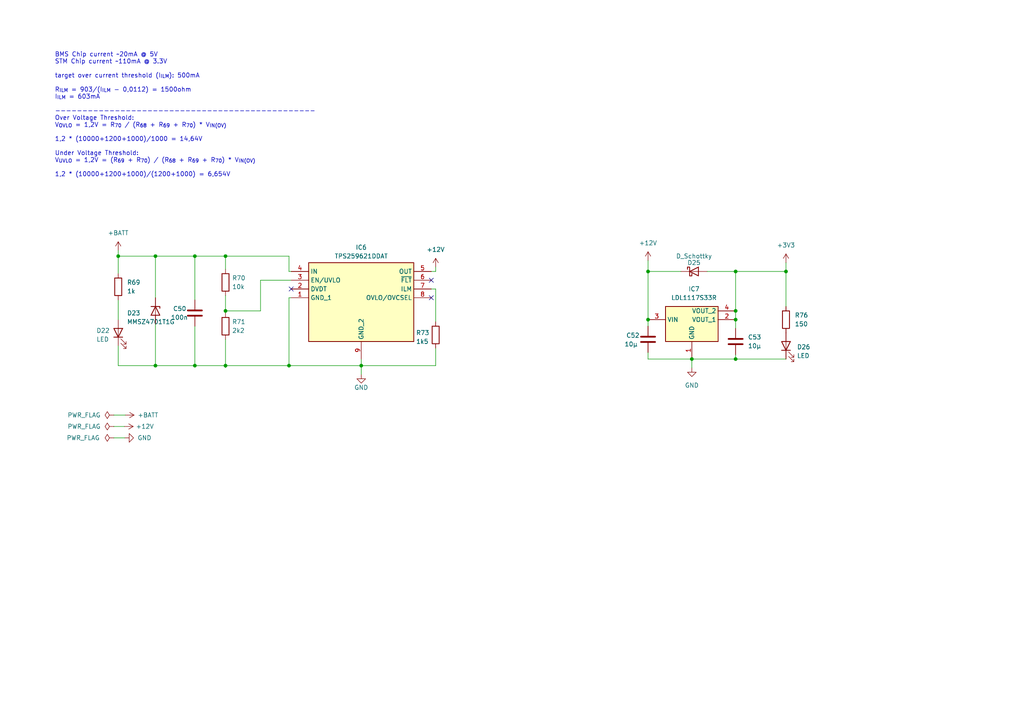
<source format=kicad_sch>
(kicad_sch
	(version 20231120)
	(generator "eeschema")
	(generator_version "8.0")
	(uuid "3b64eec2-c79b-49e7-9ae8-408c4496ff18")
	(paper "A4")
	(lib_symbols
		(symbol "Device:C"
			(pin_numbers hide)
			(pin_names
				(offset 0.254)
			)
			(exclude_from_sim no)
			(in_bom yes)
			(on_board yes)
			(property "Reference" "C"
				(at 0.635 2.54 0)
				(effects
					(font
						(size 1.27 1.27)
					)
					(justify left)
				)
			)
			(property "Value" "C"
				(at 0.635 -2.54 0)
				(effects
					(font
						(size 1.27 1.27)
					)
					(justify left)
				)
			)
			(property "Footprint" ""
				(at 0.9652 -3.81 0)
				(effects
					(font
						(size 1.27 1.27)
					)
					(hide yes)
				)
			)
			(property "Datasheet" "~"
				(at 0 0 0)
				(effects
					(font
						(size 1.27 1.27)
					)
					(hide yes)
				)
			)
			(property "Description" "Unpolarized capacitor"
				(at 0 0 0)
				(effects
					(font
						(size 1.27 1.27)
					)
					(hide yes)
				)
			)
			(property "ki_keywords" "cap capacitor"
				(at 0 0 0)
				(effects
					(font
						(size 1.27 1.27)
					)
					(hide yes)
				)
			)
			(property "ki_fp_filters" "C_*"
				(at 0 0 0)
				(effects
					(font
						(size 1.27 1.27)
					)
					(hide yes)
				)
			)
			(symbol "C_0_1"
				(polyline
					(pts
						(xy -2.032 -0.762) (xy 2.032 -0.762)
					)
					(stroke
						(width 0.508)
						(type default)
					)
					(fill
						(type none)
					)
				)
				(polyline
					(pts
						(xy -2.032 0.762) (xy 2.032 0.762)
					)
					(stroke
						(width 0.508)
						(type default)
					)
					(fill
						(type none)
					)
				)
			)
			(symbol "C_1_1"
				(pin passive line
					(at 0 3.81 270)
					(length 2.794)
					(name "~"
						(effects
							(font
								(size 1.27 1.27)
							)
						)
					)
					(number "1"
						(effects
							(font
								(size 1.27 1.27)
							)
						)
					)
				)
				(pin passive line
					(at 0 -3.81 90)
					(length 2.794)
					(name "~"
						(effects
							(font
								(size 1.27 1.27)
							)
						)
					)
					(number "2"
						(effects
							(font
								(size 1.27 1.27)
							)
						)
					)
				)
			)
		)
		(symbol "Device:D_Schottky"
			(pin_numbers hide)
			(pin_names
				(offset 1.016) hide)
			(exclude_from_sim no)
			(in_bom yes)
			(on_board yes)
			(property "Reference" "D"
				(at 0 2.54 0)
				(effects
					(font
						(size 1.27 1.27)
					)
				)
			)
			(property "Value" "D_Schottky"
				(at 0 -2.54 0)
				(effects
					(font
						(size 1.27 1.27)
					)
				)
			)
			(property "Footprint" ""
				(at 0 0 0)
				(effects
					(font
						(size 1.27 1.27)
					)
					(hide yes)
				)
			)
			(property "Datasheet" "~"
				(at 0 0 0)
				(effects
					(font
						(size 1.27 1.27)
					)
					(hide yes)
				)
			)
			(property "Description" "Schottky diode"
				(at 0 0 0)
				(effects
					(font
						(size 1.27 1.27)
					)
					(hide yes)
				)
			)
			(property "ki_keywords" "diode Schottky"
				(at 0 0 0)
				(effects
					(font
						(size 1.27 1.27)
					)
					(hide yes)
				)
			)
			(property "ki_fp_filters" "TO-???* *_Diode_* *SingleDiode* D_*"
				(at 0 0 0)
				(effects
					(font
						(size 1.27 1.27)
					)
					(hide yes)
				)
			)
			(symbol "D_Schottky_0_1"
				(polyline
					(pts
						(xy 1.27 0) (xy -1.27 0)
					)
					(stroke
						(width 0)
						(type default)
					)
					(fill
						(type none)
					)
				)
				(polyline
					(pts
						(xy 1.27 1.27) (xy 1.27 -1.27) (xy -1.27 0) (xy 1.27 1.27)
					)
					(stroke
						(width 0.254)
						(type default)
					)
					(fill
						(type none)
					)
				)
				(polyline
					(pts
						(xy -1.905 0.635) (xy -1.905 1.27) (xy -1.27 1.27) (xy -1.27 -1.27) (xy -0.635 -1.27) (xy -0.635 -0.635)
					)
					(stroke
						(width 0.254)
						(type default)
					)
					(fill
						(type none)
					)
				)
			)
			(symbol "D_Schottky_1_1"
				(pin passive line
					(at -3.81 0 0)
					(length 2.54)
					(name "K"
						(effects
							(font
								(size 1.27 1.27)
							)
						)
					)
					(number "1"
						(effects
							(font
								(size 1.27 1.27)
							)
						)
					)
				)
				(pin passive line
					(at 3.81 0 180)
					(length 2.54)
					(name "A"
						(effects
							(font
								(size 1.27 1.27)
							)
						)
					)
					(number "2"
						(effects
							(font
								(size 1.27 1.27)
							)
						)
					)
				)
			)
		)
		(symbol "Device:D_Zener"
			(pin_numbers hide)
			(pin_names
				(offset 1.016) hide)
			(exclude_from_sim no)
			(in_bom yes)
			(on_board yes)
			(property "Reference" "D"
				(at 0 2.54 0)
				(effects
					(font
						(size 1.27 1.27)
					)
				)
			)
			(property "Value" "D_Zener"
				(at 0 -2.54 0)
				(effects
					(font
						(size 1.27 1.27)
					)
				)
			)
			(property "Footprint" ""
				(at 0 0 0)
				(effects
					(font
						(size 1.27 1.27)
					)
					(hide yes)
				)
			)
			(property "Datasheet" "~"
				(at 0 0 0)
				(effects
					(font
						(size 1.27 1.27)
					)
					(hide yes)
				)
			)
			(property "Description" "Zener diode"
				(at 0 0 0)
				(effects
					(font
						(size 1.27 1.27)
					)
					(hide yes)
				)
			)
			(property "ki_keywords" "diode"
				(at 0 0 0)
				(effects
					(font
						(size 1.27 1.27)
					)
					(hide yes)
				)
			)
			(property "ki_fp_filters" "TO-???* *_Diode_* *SingleDiode* D_*"
				(at 0 0 0)
				(effects
					(font
						(size 1.27 1.27)
					)
					(hide yes)
				)
			)
			(symbol "D_Zener_0_1"
				(polyline
					(pts
						(xy 1.27 0) (xy -1.27 0)
					)
					(stroke
						(width 0)
						(type default)
					)
					(fill
						(type none)
					)
				)
				(polyline
					(pts
						(xy -1.27 -1.27) (xy -1.27 1.27) (xy -0.762 1.27)
					)
					(stroke
						(width 0.254)
						(type default)
					)
					(fill
						(type none)
					)
				)
				(polyline
					(pts
						(xy 1.27 -1.27) (xy 1.27 1.27) (xy -1.27 0) (xy 1.27 -1.27)
					)
					(stroke
						(width 0.254)
						(type default)
					)
					(fill
						(type none)
					)
				)
			)
			(symbol "D_Zener_1_1"
				(pin passive line
					(at -3.81 0 0)
					(length 2.54)
					(name "K"
						(effects
							(font
								(size 1.27 1.27)
							)
						)
					)
					(number "1"
						(effects
							(font
								(size 1.27 1.27)
							)
						)
					)
				)
				(pin passive line
					(at 3.81 0 180)
					(length 2.54)
					(name "A"
						(effects
							(font
								(size 1.27 1.27)
							)
						)
					)
					(number "2"
						(effects
							(font
								(size 1.27 1.27)
							)
						)
					)
				)
			)
		)
		(symbol "Device:R"
			(pin_numbers hide)
			(pin_names
				(offset 0)
			)
			(exclude_from_sim no)
			(in_bom yes)
			(on_board yes)
			(property "Reference" "R"
				(at 2.032 0 90)
				(effects
					(font
						(size 1.27 1.27)
					)
				)
			)
			(property "Value" "R"
				(at 0 0 90)
				(effects
					(font
						(size 1.27 1.27)
					)
				)
			)
			(property "Footprint" ""
				(at -1.778 0 90)
				(effects
					(font
						(size 1.27 1.27)
					)
					(hide yes)
				)
			)
			(property "Datasheet" "~"
				(at 0 0 0)
				(effects
					(font
						(size 1.27 1.27)
					)
					(hide yes)
				)
			)
			(property "Description" "Resistor"
				(at 0 0 0)
				(effects
					(font
						(size 1.27 1.27)
					)
					(hide yes)
				)
			)
			(property "ki_keywords" "R res resistor"
				(at 0 0 0)
				(effects
					(font
						(size 1.27 1.27)
					)
					(hide yes)
				)
			)
			(property "ki_fp_filters" "R_*"
				(at 0 0 0)
				(effects
					(font
						(size 1.27 1.27)
					)
					(hide yes)
				)
			)
			(symbol "R_0_1"
				(rectangle
					(start -1.016 -2.54)
					(end 1.016 2.54)
					(stroke
						(width 0.254)
						(type default)
					)
					(fill
						(type none)
					)
				)
			)
			(symbol "R_1_1"
				(pin passive line
					(at 0 3.81 270)
					(length 1.27)
					(name "~"
						(effects
							(font
								(size 1.27 1.27)
							)
						)
					)
					(number "1"
						(effects
							(font
								(size 1.27 1.27)
							)
						)
					)
				)
				(pin passive line
					(at 0 -3.81 90)
					(length 1.27)
					(name "~"
						(effects
							(font
								(size 1.27 1.27)
							)
						)
					)
					(number "2"
						(effects
							(font
								(size 1.27 1.27)
							)
						)
					)
				)
			)
		)
		(symbol "FaSTTUBe_LEDs:0603_red"
			(pin_numbers hide)
			(pin_names
				(offset 1.016) hide)
			(exclude_from_sim no)
			(in_bom yes)
			(on_board yes)
			(property "Reference" "D"
				(at 0 2.54 0)
				(effects
					(font
						(size 1.27 1.27)
					)
				)
			)
			(property "Value" "0603_red"
				(at 0 -3.81 0)
				(effects
					(font
						(size 1.27 1.27)
					)
				)
			)
			(property "Footprint" "LED_SMD:LED_0603_1608Metric"
				(at 0 5.08 0)
				(effects
					(font
						(size 1.27 1.27)
					)
					(hide yes)
				)
			)
			(property "Datasheet" "~"
				(at 0 0 0)
				(effects
					(font
						(size 1.27 1.27)
					)
					(hide yes)
				)
			)
			(property "Description" "LED red 150060RS75000"
				(at 0 0 0)
				(effects
					(font
						(size 1.27 1.27)
					)
					(hide yes)
				)
			)
			(property "ki_keywords" "LED diode red"
				(at 0 0 0)
				(effects
					(font
						(size 1.27 1.27)
					)
					(hide yes)
				)
			)
			(property "ki_fp_filters" "LED* LED_SMD:* LED_THT:*"
				(at 0 0 0)
				(effects
					(font
						(size 1.27 1.27)
					)
					(hide yes)
				)
			)
			(symbol "0603_red_0_1"
				(polyline
					(pts
						(xy -1.27 -1.27) (xy -1.27 1.27)
					)
					(stroke
						(width 0.254)
						(type default)
					)
					(fill
						(type none)
					)
				)
				(polyline
					(pts
						(xy -1.27 0) (xy 1.27 0)
					)
					(stroke
						(width 0)
						(type default)
					)
					(fill
						(type none)
					)
				)
				(polyline
					(pts
						(xy 1.27 -1.27) (xy 1.27 1.27) (xy -1.27 0) (xy 1.27 -1.27)
					)
					(stroke
						(width 0.254)
						(type default)
					)
					(fill
						(type none)
					)
				)
				(polyline
					(pts
						(xy -3.048 -0.762) (xy -4.572 -2.286) (xy -3.81 -2.286) (xy -4.572 -2.286) (xy -4.572 -1.524)
					)
					(stroke
						(width 0)
						(type default)
					)
					(fill
						(type none)
					)
				)
				(polyline
					(pts
						(xy -1.778 -0.762) (xy -3.302 -2.286) (xy -2.54 -2.286) (xy -3.302 -2.286) (xy -3.302 -1.524)
					)
					(stroke
						(width 0)
						(type default)
					)
					(fill
						(type none)
					)
				)
			)
			(symbol "0603_red_1_1"
				(pin passive line
					(at -3.81 0 0)
					(length 2.54)
					(name "K"
						(effects
							(font
								(size 1.27 1.27)
							)
						)
					)
					(number "1"
						(effects
							(font
								(size 1.27 1.27)
							)
						)
					)
				)
				(pin passive line
					(at 3.81 0 180)
					(length 2.54)
					(name "A"
						(effects
							(font
								(size 1.27 1.27)
							)
						)
					)
					(number "2"
						(effects
							(font
								(size 1.27 1.27)
							)
						)
					)
				)
			)
		)
		(symbol "LDO:LDL1117S33R"
			(exclude_from_sim no)
			(in_bom yes)
			(on_board yes)
			(property "Reference" "IC7"
				(at 13.335 7.62 0)
				(effects
					(font
						(size 1.27 1.27)
					)
				)
			)
			(property "Value" "LDL1117S33R"
				(at 13.335 5.08 0)
				(effects
					(font
						(size 1.27 1.27)
					)
				)
			)
			(property "Footprint" "Slave:SOT230P700X180-4N"
				(at 29.21 -94.92 0)
				(effects
					(font
						(size 1.27 1.27)
					)
					(justify left top)
					(hide yes)
				)
			)
			(property "Datasheet" "https://componentsearchengine.com/Datasheets/2/LDL1117S33R.pdf"
				(at 29.21 -194.92 0)
				(effects
					(font
						(size 1.27 1.27)
					)
					(justify left top)
					(hide yes)
				)
			)
			(property "Description" "STMICROELECTRONICS - LDL1117S33R - LDO, FIXED, 3.3V, 1.2A, SOT-223-3"
				(at 0 0 0)
				(effects
					(font
						(size 1.27 1.27)
					)
					(hide yes)
				)
			)
			(property "Height" "1.8"
				(at 29.21 -394.92 0)
				(effects
					(font
						(size 1.27 1.27)
					)
					(justify left top)
					(hide yes)
				)
			)
			(property "Mouser Part Number" "511-LDL1117S33R"
				(at 29.21 -494.92 0)
				(effects
					(font
						(size 1.27 1.27)
					)
					(justify left top)
					(hide yes)
				)
			)
			(property "Mouser Price/Stock" "https://www.mouser.co.uk/ProductDetail/STMicroelectronics/LDL1117S33R?qs=AQlKX63v8Rt9Bf6AWSrbFg%3D%3D"
				(at 29.21 -594.92 0)
				(effects
					(font
						(size 1.27 1.27)
					)
					(justify left top)
					(hide yes)
				)
			)
			(property "Manufacturer_Name" "STMicroelectronics"
				(at 29.21 -694.92 0)
				(effects
					(font
						(size 1.27 1.27)
					)
					(justify left top)
					(hide yes)
				)
			)
			(property "Manufacturer_Part_Number" "LDL1117S33R"
				(at 29.21 -794.92 0)
				(effects
					(font
						(size 1.27 1.27)
					)
					(justify left top)
					(hide yes)
				)
			)
			(symbol "LDL1117S33R_1_1"
				(rectangle
					(start 5.08 2.54)
					(end 20.32 -7.62)
					(stroke
						(width 0.254)
						(type default)
					)
					(fill
						(type background)
					)
				)
				(pin power_in line
					(at 12.7 -12.7 90)
					(length 5.08)
					(name "GND"
						(effects
							(font
								(size 1.27 1.27)
							)
						)
					)
					(number "1"
						(effects
							(font
								(size 1.27 1.27)
							)
						)
					)
				)
				(pin power_out line
					(at 25.4 -1.27 180)
					(length 5.08)
					(name "VOUT_1"
						(effects
							(font
								(size 1.27 1.27)
							)
						)
					)
					(number "2"
						(effects
							(font
								(size 1.27 1.27)
							)
						)
					)
				)
				(pin input line
					(at 0 -1.27 0)
					(length 5.08)
					(name "VIN"
						(effects
							(font
								(size 1.27 1.27)
							)
						)
					)
					(number "3"
						(effects
							(font
								(size 1.27 1.27)
							)
						)
					)
				)
				(pin passive line
					(at 25.4 1.27 180)
					(length 5.08)
					(name "VOUT_2"
						(effects
							(font
								(size 1.27 1.27)
							)
						)
					)
					(number "4"
						(effects
							(font
								(size 1.27 1.27)
							)
						)
					)
				)
			)
		)
		(symbol "TPS259621DDAT:TPS259621DDAT"
			(exclude_from_sim no)
			(in_bom yes)
			(on_board yes)
			(property "Reference" "IC5"
				(at 20.32 6.985 0)
				(effects
					(font
						(size 1.27 1.27)
					)
				)
			)
			(property "Value" "TPS259621DDAT"
				(at 20.32 4.445 0)
				(effects
					(font
						(size 1.27 1.27)
					)
				)
			)
			(property "Footprint" "SOIC127P600X170-9N"
				(at 36.83 -94.92 0)
				(effects
					(font
						(size 1.27 1.27)
					)
					(justify left top)
					(hide yes)
				)
			)
			(property "Datasheet" "https://www.ti.com/lit/gpn/TPS2596"
				(at 36.83 -194.92 0)
				(effects
					(font
						(size 1.27 1.27)
					)
					(justify left top)
					(hide yes)
				)
			)
			(property "Description" "Hot Swap Voltage Controllers 2.7-V to 19-V, 85m , 0.13-2A eFuse with selectable over voltage protection clamp in leaded package 8-SO PowerPAD -40 to 125"
				(at 0 0 0)
				(effects
					(font
						(size 1.27 1.27)
					)
					(hide yes)
				)
			)
			(property "Height" "1.7"
				(at 36.83 -394.92 0)
				(effects
					(font
						(size 1.27 1.27)
					)
					(justify left top)
					(hide yes)
				)
			)
			(property "Mouser Part Number" "595-TPS259621DDAT"
				(at 36.83 -494.92 0)
				(effects
					(font
						(size 1.27 1.27)
					)
					(justify left top)
					(hide yes)
				)
			)
			(property "Mouser Price/Stock" "https://www.mouser.co.uk/ProductDetail/Texas-Instruments/TPS259621DDAT?qs=XeJtXLiO41RIvFY51dY0JA%3D%3D"
				(at 36.83 -594.92 0)
				(effects
					(font
						(size 1.27 1.27)
					)
					(justify left top)
					(hide yes)
				)
			)
			(property "Manufacturer_Name" "Texas Instruments"
				(at 36.83 -694.92 0)
				(effects
					(font
						(size 1.27 1.27)
					)
					(justify left top)
					(hide yes)
				)
			)
			(property "Manufacturer_Part_Number" "TPS259621DDAT"
				(at 36.83 -794.92 0)
				(effects
					(font
						(size 1.27 1.27)
					)
					(justify left top)
					(hide yes)
				)
			)
			(symbol "TPS259621DDAT_1_1"
				(rectangle
					(start 5.08 2.54)
					(end 35.56 -20.32)
					(stroke
						(width 0.254)
						(type default)
					)
					(fill
						(type background)
					)
				)
				(pin passive line
					(at 0 -7.62 0)
					(length 5.08)
					(name "GND_1"
						(effects
							(font
								(size 1.27 1.27)
							)
						)
					)
					(number "1"
						(effects
							(font
								(size 1.27 1.27)
							)
						)
					)
				)
				(pin passive line
					(at 0 -5.08 0)
					(length 5.08)
					(name "DVDT"
						(effects
							(font
								(size 1.27 1.27)
							)
						)
					)
					(number "2"
						(effects
							(font
								(size 1.27 1.27)
							)
						)
					)
				)
				(pin passive line
					(at 0 -2.54 0)
					(length 5.08)
					(name "EN/UVLO"
						(effects
							(font
								(size 1.27 1.27)
							)
						)
					)
					(number "3"
						(effects
							(font
								(size 1.27 1.27)
							)
						)
					)
				)
				(pin passive line
					(at 0 0 0)
					(length 5.08)
					(name "IN"
						(effects
							(font
								(size 1.27 1.27)
							)
						)
					)
					(number "4"
						(effects
							(font
								(size 1.27 1.27)
							)
						)
					)
				)
				(pin passive line
					(at 40.64 0 180)
					(length 5.08)
					(name "OUT"
						(effects
							(font
								(size 1.27 1.27)
							)
						)
					)
					(number "5"
						(effects
							(font
								(size 1.27 1.27)
							)
						)
					)
				)
				(pin passive line
					(at 40.64 -2.54 180)
					(length 5.08)
					(name "~{FLT}"
						(effects
							(font
								(size 1.27 1.27)
							)
						)
					)
					(number "6"
						(effects
							(font
								(size 1.27 1.27)
							)
						)
					)
				)
				(pin passive line
					(at 40.64 -5.08 180)
					(length 5.08)
					(name "ILM"
						(effects
							(font
								(size 1.27 1.27)
							)
						)
					)
					(number "7"
						(effects
							(font
								(size 1.27 1.27)
							)
						)
					)
				)
				(pin passive line
					(at 40.64 -7.62 180)
					(length 5.08)
					(name "OVLO/OVCSEL"
						(effects
							(font
								(size 1.27 1.27)
							)
						)
					)
					(number "8"
						(effects
							(font
								(size 1.27 1.27)
							)
						)
					)
				)
				(pin passive line
					(at 20.32 -25.4 90)
					(length 5.08)
					(name "GND_2"
						(effects
							(font
								(size 1.27 1.27)
							)
						)
					)
					(number "9"
						(effects
							(font
								(size 1.27 1.27)
							)
						)
					)
				)
			)
		)
		(symbol "power:+12V"
			(power)
			(pin_names
				(offset 0)
			)
			(exclude_from_sim no)
			(in_bom yes)
			(on_board yes)
			(property "Reference" "#PWR"
				(at 0 -3.81 0)
				(effects
					(font
						(size 1.27 1.27)
					)
					(hide yes)
				)
			)
			(property "Value" "+12V"
				(at 0 3.556 0)
				(effects
					(font
						(size 1.27 1.27)
					)
				)
			)
			(property "Footprint" ""
				(at 0 0 0)
				(effects
					(font
						(size 1.27 1.27)
					)
					(hide yes)
				)
			)
			(property "Datasheet" ""
				(at 0 0 0)
				(effects
					(font
						(size 1.27 1.27)
					)
					(hide yes)
				)
			)
			(property "Description" "Power symbol creates a global label with name \"+12V\""
				(at 0 0 0)
				(effects
					(font
						(size 1.27 1.27)
					)
					(hide yes)
				)
			)
			(property "ki_keywords" "global power"
				(at 0 0 0)
				(effects
					(font
						(size 1.27 1.27)
					)
					(hide yes)
				)
			)
			(symbol "+12V_0_1"
				(polyline
					(pts
						(xy -0.762 1.27) (xy 0 2.54)
					)
					(stroke
						(width 0)
						(type default)
					)
					(fill
						(type none)
					)
				)
				(polyline
					(pts
						(xy 0 0) (xy 0 2.54)
					)
					(stroke
						(width 0)
						(type default)
					)
					(fill
						(type none)
					)
				)
				(polyline
					(pts
						(xy 0 2.54) (xy 0.762 1.27)
					)
					(stroke
						(width 0)
						(type default)
					)
					(fill
						(type none)
					)
				)
			)
			(symbol "+12V_1_1"
				(pin power_in line
					(at 0 0 90)
					(length 0) hide
					(name "+12V"
						(effects
							(font
								(size 1.27 1.27)
							)
						)
					)
					(number "1"
						(effects
							(font
								(size 1.27 1.27)
							)
						)
					)
				)
			)
		)
		(symbol "power:+3V3"
			(power)
			(pin_names
				(offset 0)
			)
			(exclude_from_sim no)
			(in_bom yes)
			(on_board yes)
			(property "Reference" "#PWR"
				(at 0 -3.81 0)
				(effects
					(font
						(size 1.27 1.27)
					)
					(hide yes)
				)
			)
			(property "Value" "+3V3"
				(at 0 3.556 0)
				(effects
					(font
						(size 1.27 1.27)
					)
				)
			)
			(property "Footprint" ""
				(at 0 0 0)
				(effects
					(font
						(size 1.27 1.27)
					)
					(hide yes)
				)
			)
			(property "Datasheet" ""
				(at 0 0 0)
				(effects
					(font
						(size 1.27 1.27)
					)
					(hide yes)
				)
			)
			(property "Description" "Power symbol creates a global label with name \"+3V3\""
				(at 0 0 0)
				(effects
					(font
						(size 1.27 1.27)
					)
					(hide yes)
				)
			)
			(property "ki_keywords" "global power"
				(at 0 0 0)
				(effects
					(font
						(size 1.27 1.27)
					)
					(hide yes)
				)
			)
			(symbol "+3V3_0_1"
				(polyline
					(pts
						(xy -0.762 1.27) (xy 0 2.54)
					)
					(stroke
						(width 0)
						(type default)
					)
					(fill
						(type none)
					)
				)
				(polyline
					(pts
						(xy 0 0) (xy 0 2.54)
					)
					(stroke
						(width 0)
						(type default)
					)
					(fill
						(type none)
					)
				)
				(polyline
					(pts
						(xy 0 2.54) (xy 0.762 1.27)
					)
					(stroke
						(width 0)
						(type default)
					)
					(fill
						(type none)
					)
				)
			)
			(symbol "+3V3_1_1"
				(pin power_in line
					(at 0 0 90)
					(length 0) hide
					(name "+3V3"
						(effects
							(font
								(size 1.27 1.27)
							)
						)
					)
					(number "1"
						(effects
							(font
								(size 1.27 1.27)
							)
						)
					)
				)
			)
		)
		(symbol "power:+BATT"
			(power)
			(pin_names
				(offset 0)
			)
			(exclude_from_sim no)
			(in_bom yes)
			(on_board yes)
			(property "Reference" "#PWR"
				(at 0 -3.81 0)
				(effects
					(font
						(size 1.27 1.27)
					)
					(hide yes)
				)
			)
			(property "Value" "+BATT"
				(at 0 3.556 0)
				(effects
					(font
						(size 1.27 1.27)
					)
				)
			)
			(property "Footprint" ""
				(at 0 0 0)
				(effects
					(font
						(size 1.27 1.27)
					)
					(hide yes)
				)
			)
			(property "Datasheet" ""
				(at 0 0 0)
				(effects
					(font
						(size 1.27 1.27)
					)
					(hide yes)
				)
			)
			(property "Description" "Power symbol creates a global label with name \"+BATT\""
				(at 0 0 0)
				(effects
					(font
						(size 1.27 1.27)
					)
					(hide yes)
				)
			)
			(property "ki_keywords" "global power battery"
				(at 0 0 0)
				(effects
					(font
						(size 1.27 1.27)
					)
					(hide yes)
				)
			)
			(symbol "+BATT_0_1"
				(polyline
					(pts
						(xy -0.762 1.27) (xy 0 2.54)
					)
					(stroke
						(width 0)
						(type default)
					)
					(fill
						(type none)
					)
				)
				(polyline
					(pts
						(xy 0 0) (xy 0 2.54)
					)
					(stroke
						(width 0)
						(type default)
					)
					(fill
						(type none)
					)
				)
				(polyline
					(pts
						(xy 0 2.54) (xy 0.762 1.27)
					)
					(stroke
						(width 0)
						(type default)
					)
					(fill
						(type none)
					)
				)
			)
			(symbol "+BATT_1_1"
				(pin power_in line
					(at 0 0 90)
					(length 0) hide
					(name "+BATT"
						(effects
							(font
								(size 1.27 1.27)
							)
						)
					)
					(number "1"
						(effects
							(font
								(size 1.27 1.27)
							)
						)
					)
				)
			)
		)
		(symbol "power:GND"
			(power)
			(pin_names
				(offset 0)
			)
			(exclude_from_sim no)
			(in_bom yes)
			(on_board yes)
			(property "Reference" "#PWR"
				(at 0 -6.35 0)
				(effects
					(font
						(size 1.27 1.27)
					)
					(hide yes)
				)
			)
			(property "Value" "GND"
				(at 0 -3.81 0)
				(effects
					(font
						(size 1.27 1.27)
					)
				)
			)
			(property "Footprint" ""
				(at 0 0 0)
				(effects
					(font
						(size 1.27 1.27)
					)
					(hide yes)
				)
			)
			(property "Datasheet" ""
				(at 0 0 0)
				(effects
					(font
						(size 1.27 1.27)
					)
					(hide yes)
				)
			)
			(property "Description" "Power symbol creates a global label with name \"GND\" , ground"
				(at 0 0 0)
				(effects
					(font
						(size 1.27 1.27)
					)
					(hide yes)
				)
			)
			(property "ki_keywords" "global power"
				(at 0 0 0)
				(effects
					(font
						(size 1.27 1.27)
					)
					(hide yes)
				)
			)
			(symbol "GND_0_1"
				(polyline
					(pts
						(xy 0 0) (xy 0 -1.27) (xy 1.27 -1.27) (xy 0 -2.54) (xy -1.27 -1.27) (xy 0 -1.27)
					)
					(stroke
						(width 0)
						(type default)
					)
					(fill
						(type none)
					)
				)
			)
			(symbol "GND_1_1"
				(pin power_in line
					(at 0 0 270)
					(length 0) hide
					(name "GND"
						(effects
							(font
								(size 1.27 1.27)
							)
						)
					)
					(number "1"
						(effects
							(font
								(size 1.27 1.27)
							)
						)
					)
				)
			)
		)
		(symbol "power:PWR_FLAG"
			(power)
			(pin_numbers hide)
			(pin_names
				(offset 0) hide)
			(exclude_from_sim no)
			(in_bom yes)
			(on_board yes)
			(property "Reference" "#FLG"
				(at 0 1.905 0)
				(effects
					(font
						(size 1.27 1.27)
					)
					(hide yes)
				)
			)
			(property "Value" "PWR_FLAG"
				(at 0 3.81 0)
				(effects
					(font
						(size 1.27 1.27)
					)
				)
			)
			(property "Footprint" ""
				(at 0 0 0)
				(effects
					(font
						(size 1.27 1.27)
					)
					(hide yes)
				)
			)
			(property "Datasheet" "~"
				(at 0 0 0)
				(effects
					(font
						(size 1.27 1.27)
					)
					(hide yes)
				)
			)
			(property "Description" "Special symbol for telling ERC where power comes from"
				(at 0 0 0)
				(effects
					(font
						(size 1.27 1.27)
					)
					(hide yes)
				)
			)
			(property "ki_keywords" "flag power"
				(at 0 0 0)
				(effects
					(font
						(size 1.27 1.27)
					)
					(hide yes)
				)
			)
			(symbol "PWR_FLAG_0_0"
				(pin power_out line
					(at 0 0 90)
					(length 0)
					(name "pwr"
						(effects
							(font
								(size 1.27 1.27)
							)
						)
					)
					(number "1"
						(effects
							(font
								(size 1.27 1.27)
							)
						)
					)
				)
			)
			(symbol "PWR_FLAG_0_1"
				(polyline
					(pts
						(xy 0 0) (xy 0 1.27) (xy -1.016 1.905) (xy 0 2.54) (xy 1.016 1.905) (xy 0 1.27)
					)
					(stroke
						(width 0)
						(type default)
					)
					(fill
						(type none)
					)
				)
			)
		)
	)
	(junction
		(at 187.96 78.74)
		(diameter 0)
		(color 0 0 0 0)
		(uuid "18ac9fe4-ac8a-4cb1-9a01-af5028713064")
	)
	(junction
		(at 65.405 74.295)
		(diameter 0)
		(color 0 0 0 0)
		(uuid "2c06507f-4dbc-4d09-a8a6-668cdd475370")
	)
	(junction
		(at 34.29 74.295)
		(diameter 0)
		(color 0 0 0 0)
		(uuid "388fee4c-fd5e-457a-9f1c-0241203a88c2")
	)
	(junction
		(at 227.965 78.74)
		(diameter 0)
		(color 0 0 0 0)
		(uuid "548780ed-fcd0-4b56-8b6e-d7e559adde30")
	)
	(junction
		(at 65.405 106.045)
		(diameter 0)
		(color 0 0 0 0)
		(uuid "54fd41a7-0e51-4113-802b-aab18c47879d")
	)
	(junction
		(at 213.36 104.14)
		(diameter 0)
		(color 0 0 0 0)
		(uuid "6687efa2-8a83-4e6b-b09a-5bb07d29bf0e")
	)
	(junction
		(at 213.36 78.74)
		(diameter 0)
		(color 0 0 0 0)
		(uuid "7ad22164-594b-418a-81ec-6c9daaa0ee83")
	)
	(junction
		(at 56.515 74.295)
		(diameter 0)
		(color 0 0 0 0)
		(uuid "90b6ea13-be74-4a02-850f-582503a7c50d")
	)
	(junction
		(at 104.775 106.045)
		(diameter 0)
		(color 0 0 0 0)
		(uuid "932fa345-1a3d-434e-988d-873f52e5d31c")
	)
	(junction
		(at 213.36 90.17)
		(diameter 0)
		(color 0 0 0 0)
		(uuid "a5b1a9ed-b664-4650-b255-a5a8356c7bea")
	)
	(junction
		(at 56.515 106.045)
		(diameter 0)
		(color 0 0 0 0)
		(uuid "b5a52444-d1dd-44c3-9e22-677fc6c45311")
	)
	(junction
		(at 187.96 92.71)
		(diameter 0)
		(color 0 0 0 0)
		(uuid "b8e54434-23d5-479c-9597-a8ee509702e7")
	)
	(junction
		(at 45.085 106.045)
		(diameter 0)
		(color 0 0 0 0)
		(uuid "bc51d7c5-1487-4829-82fa-d5784e7ab4ff")
	)
	(junction
		(at 83.82 106.045)
		(diameter 0)
		(color 0 0 0 0)
		(uuid "d70cea47-16b0-4d07-8d5c-065ed85c1c04")
	)
	(junction
		(at 213.36 92.71)
		(diameter 0)
		(color 0 0 0 0)
		(uuid "dd5d1f36-c92b-4fcf-933d-ac83f4682eee")
	)
	(junction
		(at 200.66 104.14)
		(diameter 0)
		(color 0 0 0 0)
		(uuid "de613093-06fc-4dbe-8a75-671f2c5d63de")
	)
	(junction
		(at 65.405 90.17)
		(diameter 0)
		(color 0 0 0 0)
		(uuid "ec78cc92-1a0f-4c6e-8fae-05eb3f4e1ffc")
	)
	(junction
		(at 45.085 74.295)
		(diameter 0)
		(color 0 0 0 0)
		(uuid "ee631ef3-c8e0-4cd9-9cd2-cbdc234c388f")
	)
	(no_connect
		(at 125.095 86.36)
		(uuid "20a6f171-3f38-476e-b1ba-cd337ec03942")
	)
	(no_connect
		(at 84.455 83.82)
		(uuid "85bd9cbb-3302-4874-bb6e-c0bb87561b89")
	)
	(no_connect
		(at 125.095 81.28)
		(uuid "9ab20106-4786-4f4b-a613-4d7f8456910a")
	)
	(wire
		(pts
			(xy 104.775 108.585) (xy 104.775 106.045)
		)
		(stroke
			(width 0)
			(type default)
		)
		(uuid "028ddaa9-63f5-4be1-af7e-7366f817393d")
	)
	(wire
		(pts
			(xy 83.82 86.36) (xy 84.455 86.36)
		)
		(stroke
			(width 0)
			(type default)
		)
		(uuid "05372ead-a2ec-4990-804a-7084c9c8a4bb")
	)
	(wire
		(pts
			(xy 65.405 106.045) (xy 65.405 106.68)
		)
		(stroke
			(width 0)
			(type default)
		)
		(uuid "05433a83-8bed-4a88-aac0-d98006769886")
	)
	(wire
		(pts
			(xy 65.405 74.295) (xy 83.82 74.295)
		)
		(stroke
			(width 0)
			(type default)
		)
		(uuid "0994c971-08df-4b82-bca0-211ecbd09387")
	)
	(wire
		(pts
			(xy 65.405 106.045) (xy 83.82 106.045)
		)
		(stroke
			(width 0)
			(type default)
		)
		(uuid "0a370a23-9c60-4232-b585-b9a1f2f13bfc")
	)
	(wire
		(pts
			(xy 83.82 106.045) (xy 104.775 106.045)
		)
		(stroke
			(width 0)
			(type default)
		)
		(uuid "0c4d6bb8-e5ad-46db-a085-21570e098e15")
	)
	(wire
		(pts
			(xy 45.085 74.295) (xy 56.515 74.295)
		)
		(stroke
			(width 0)
			(type default)
		)
		(uuid "0fa22e70-1b02-4410-ab1f-fb221dddb798")
	)
	(wire
		(pts
			(xy 34.29 74.295) (xy 34.29 72.644)
		)
		(stroke
			(width 0)
			(type default)
		)
		(uuid "128befcc-c45b-46e9-8afb-f180c5e3390e")
	)
	(wire
		(pts
			(xy 213.36 92.71) (xy 213.36 95.25)
		)
		(stroke
			(width 0)
			(type default)
		)
		(uuid "174c83ed-09c6-4089-bbc3-cccea88d1caa")
	)
	(wire
		(pts
			(xy 65.405 98.425) (xy 65.405 106.045)
		)
		(stroke
			(width 0)
			(type default)
		)
		(uuid "1784dbcb-804a-4703-a006-9b2ce0ca8e2b")
	)
	(wire
		(pts
			(xy 213.36 104.14) (xy 227.965 104.14)
		)
		(stroke
			(width 0)
			(type default)
		)
		(uuid "3d7e112f-717e-43c9-ad86-cd7879d6eafe")
	)
	(wire
		(pts
			(xy 65.405 106.045) (xy 56.515 106.045)
		)
		(stroke
			(width 0)
			(type default)
		)
		(uuid "4196f42d-b1be-487a-95ed-e20bb7934a24")
	)
	(wire
		(pts
			(xy 75.565 81.28) (xy 75.565 90.17)
		)
		(stroke
			(width 0)
			(type default)
		)
		(uuid "4203c87f-6d8e-45ac-80fe-03ecf212e65b")
	)
	(wire
		(pts
			(xy 75.565 90.17) (xy 65.405 90.17)
		)
		(stroke
			(width 0)
			(type default)
		)
		(uuid "422655c2-30e1-4fbc-b2e5-025367e887cb")
	)
	(wire
		(pts
			(xy 187.96 102.235) (xy 187.96 104.14)
		)
		(stroke
			(width 0)
			(type default)
		)
		(uuid "48f5cda8-ab37-4bd3-8bb2-4294d8747354")
	)
	(wire
		(pts
			(xy 45.085 106.045) (xy 56.515 106.045)
		)
		(stroke
			(width 0)
			(type default)
		)
		(uuid "4966b790-55f8-4d99-9802-8805020ea152")
	)
	(wire
		(pts
			(xy 187.96 104.14) (xy 200.66 104.14)
		)
		(stroke
			(width 0)
			(type default)
		)
		(uuid "4b0285a7-abab-4534-8147-96b99cbea240")
	)
	(wire
		(pts
			(xy 213.36 102.87) (xy 213.36 104.14)
		)
		(stroke
			(width 0)
			(type default)
		)
		(uuid "4dc95f58-dfbd-45c8-8c73-cc61d0d65d4f")
	)
	(wire
		(pts
			(xy 227.965 78.74) (xy 227.965 88.9)
		)
		(stroke
			(width 0)
			(type default)
		)
		(uuid "54ca524a-462c-4ab3-b723-2783a4977e60")
	)
	(wire
		(pts
			(xy 65.405 78.105) (xy 65.405 74.295)
		)
		(stroke
			(width 0)
			(type default)
		)
		(uuid "5c38204d-fec4-4c69-97ee-634626a697ef")
	)
	(wire
		(pts
			(xy 126.365 77.47) (xy 126.365 78.74)
		)
		(stroke
			(width 0)
			(type default)
		)
		(uuid "68ed2452-154d-44c1-af36-600d5ada446f")
	)
	(wire
		(pts
			(xy 34.29 106.045) (xy 45.085 106.045)
		)
		(stroke
			(width 0)
			(type default)
		)
		(uuid "6a9c679c-0c9a-480b-b386-8ddc59200a64")
	)
	(wire
		(pts
			(xy 200.66 104.14) (xy 200.66 106.68)
		)
		(stroke
			(width 0)
			(type default)
		)
		(uuid "6da27adc-e1df-4099-8daa-1cacbdb3051b")
	)
	(wire
		(pts
			(xy 65.405 90.17) (xy 65.405 90.805)
		)
		(stroke
			(width 0)
			(type default)
		)
		(uuid "6f090082-8807-4dc1-92a6-3bb28418ec18")
	)
	(wire
		(pts
			(xy 33.02 120.396) (xy 36.322 120.396)
		)
		(stroke
			(width 0)
			(type default)
		)
		(uuid "6f88fbc2-e7e2-4e85-88f1-5302b6e790b8")
	)
	(wire
		(pts
			(xy 213.36 90.17) (xy 213.36 92.71)
		)
		(stroke
			(width 0)
			(type default)
		)
		(uuid "7294336e-ce8c-47ac-a4ab-f74b02e531c5")
	)
	(wire
		(pts
			(xy 56.515 74.295) (xy 65.405 74.295)
		)
		(stroke
			(width 0)
			(type default)
		)
		(uuid "7d7795de-ab90-4932-85a4-6aed065f8bfb")
	)
	(wire
		(pts
			(xy 213.36 78.74) (xy 227.965 78.74)
		)
		(stroke
			(width 0)
			(type default)
		)
		(uuid "8425de16-cb37-46e2-87e6-95b78ec3b7eb")
	)
	(wire
		(pts
			(xy 227.965 76.2) (xy 227.965 78.74)
		)
		(stroke
			(width 0)
			(type default)
		)
		(uuid "84f9b077-fb6b-4d79-8618-15ac001d801c")
	)
	(wire
		(pts
			(xy 187.96 92.71) (xy 187.96 94.615)
		)
		(stroke
			(width 0)
			(type default)
		)
		(uuid "895a21a2-07e4-4ad1-9d20-0837e2f3b4dc")
	)
	(wire
		(pts
			(xy 56.515 86.995) (xy 56.515 74.295)
		)
		(stroke
			(width 0)
			(type default)
		)
		(uuid "935e2244-edb7-4c4a-b82d-89354bdc8a34")
	)
	(wire
		(pts
			(xy 33.02 123.698) (xy 36.068 123.698)
		)
		(stroke
			(width 0)
			(type default)
		)
		(uuid "954c4728-c0e9-4b32-b898-1cdfebfe1d35")
	)
	(wire
		(pts
			(xy 83.82 86.36) (xy 83.82 106.045)
		)
		(stroke
			(width 0)
			(type default)
		)
		(uuid "95d33953-51e4-464a-b46f-d38c8ed2b146")
	)
	(wire
		(pts
			(xy 56.515 94.615) (xy 56.515 106.045)
		)
		(stroke
			(width 0)
			(type default)
		)
		(uuid "96acd2d1-00e5-4c6a-8167-cb6c205d50eb")
	)
	(wire
		(pts
			(xy 125.095 83.82) (xy 126.365 83.82)
		)
		(stroke
			(width 0)
			(type default)
		)
		(uuid "974066ff-0f66-41b6-8c10-032baa84eeef")
	)
	(wire
		(pts
			(xy 126.365 100.965) (xy 126.365 106.045)
		)
		(stroke
			(width 0)
			(type default)
		)
		(uuid "996b6f19-d195-41ca-b680-08098464dce9")
	)
	(wire
		(pts
			(xy 213.36 104.14) (xy 200.66 104.14)
		)
		(stroke
			(width 0)
			(type default)
		)
		(uuid "9d905c44-3dd9-4841-babd-b30c468eadac")
	)
	(wire
		(pts
			(xy 65.405 85.725) (xy 65.405 90.17)
		)
		(stroke
			(width 0)
			(type default)
		)
		(uuid "9f584791-fda9-41b2-811d-04f008828cf8")
	)
	(wire
		(pts
			(xy 187.96 75.565) (xy 187.96 78.74)
		)
		(stroke
			(width 0)
			(type default)
		)
		(uuid "a2b17a56-88a8-43b5-9c52-1a494ddb8142")
	)
	(wire
		(pts
			(xy 33.02 127) (xy 36.195 127)
		)
		(stroke
			(width 0)
			(type default)
		)
		(uuid "aee2fa3c-da30-4b1f-ae25-e1406593595c")
	)
	(wire
		(pts
			(xy 187.96 78.74) (xy 197.485 78.74)
		)
		(stroke
			(width 0)
			(type default)
		)
		(uuid "b5fa2358-0018-430c-8168-0d17e8d489e2")
	)
	(wire
		(pts
			(xy 34.29 79.375) (xy 34.29 74.295)
		)
		(stroke
			(width 0)
			(type default)
		)
		(uuid "b67d902a-e5f2-4958-97d4-a4bfeead3f83")
	)
	(wire
		(pts
			(xy 45.085 93.98) (xy 45.085 106.045)
		)
		(stroke
			(width 0)
			(type default)
		)
		(uuid "bd29170b-8f9b-46c7-999c-bf8d6c3d82ac")
	)
	(wire
		(pts
			(xy 187.96 78.74) (xy 187.96 92.71)
		)
		(stroke
			(width 0)
			(type default)
		)
		(uuid "be63c1bd-23f3-431e-8950-e5b7af7cc5ec")
	)
	(wire
		(pts
			(xy 34.29 74.295) (xy 45.085 74.295)
		)
		(stroke
			(width 0)
			(type default)
		)
		(uuid "c007dba5-0992-4856-98cc-e24d02dc8f00")
	)
	(wire
		(pts
			(xy 34.29 86.995) (xy 34.29 92.71)
		)
		(stroke
			(width 0)
			(type default)
		)
		(uuid "c20d5373-3c6b-4221-ac2a-01971ae668bc")
	)
	(wire
		(pts
			(xy 45.085 86.36) (xy 45.085 74.295)
		)
		(stroke
			(width 0)
			(type default)
		)
		(uuid "c2680442-c400-412d-b168-f0bd64038b7a")
	)
	(wire
		(pts
			(xy 83.82 74.295) (xy 83.82 78.74)
		)
		(stroke
			(width 0)
			(type default)
		)
		(uuid "c6a0458d-e7ae-40ca-ba39-234c4be98127")
	)
	(wire
		(pts
			(xy 84.455 81.28) (xy 75.565 81.28)
		)
		(stroke
			(width 0)
			(type default)
		)
		(uuid "c9727740-87a0-4c4c-9786-d56603b730bf")
	)
	(wire
		(pts
			(xy 34.29 100.33) (xy 34.29 106.045)
		)
		(stroke
			(width 0)
			(type default)
		)
		(uuid "d3547497-21b0-4064-b5fc-4889ee73d439")
	)
	(wire
		(pts
			(xy 213.36 78.74) (xy 213.36 90.17)
		)
		(stroke
			(width 0)
			(type default)
		)
		(uuid "de6e4ff1-936b-4818-918e-c5a907e619c4")
	)
	(wire
		(pts
			(xy 104.775 104.14) (xy 104.775 106.045)
		)
		(stroke
			(width 0)
			(type default)
		)
		(uuid "e1ad0fc6-5803-42fc-a6c2-35e0cdd30ffb")
	)
	(wire
		(pts
			(xy 126.365 83.82) (xy 126.365 93.345)
		)
		(stroke
			(width 0)
			(type default)
		)
		(uuid "e4c5e10c-cac5-46bd-b0c6-bca721896207")
	)
	(wire
		(pts
			(xy 205.105 78.74) (xy 213.36 78.74)
		)
		(stroke
			(width 0)
			(type default)
		)
		(uuid "f185a843-c31b-4220-bbf3-d5700fe2938f")
	)
	(wire
		(pts
			(xy 126.365 78.74) (xy 125.095 78.74)
		)
		(stroke
			(width 0)
			(type default)
		)
		(uuid "f50e2cb7-3cca-432e-b165-42b2736a5cdf")
	)
	(wire
		(pts
			(xy 83.82 78.74) (xy 84.455 78.74)
		)
		(stroke
			(width 0)
			(type default)
		)
		(uuid "f7e7e74f-5d3b-466c-bade-431d14fc66a7")
	)
	(wire
		(pts
			(xy 104.775 106.045) (xy 126.365 106.045)
		)
		(stroke
			(width 0)
			(type default)
		)
		(uuid "f9b59142-a831-44d0-a8c9-9a090d8bfbaa")
	)
	(text "BMS Chip current ~20mA @ 5V\nSTM Chip current ~110mA @ 3.3V\n\ntarget over current threshold (I_{ILM}): 500mA\n\nR_{ILM} = 903/(I_{ILM} - 0,0112) = 1500ohm\nI_{ILM} = 603mA\n\n------------------------------------------------\nOver Voltage Threshold:\nV_{OVLO} = 1,2V = R_{70} / (R_{68} + R_{69} + R_{70}) * V_{IN(OV)}\n\n1,2 * (10000+1200+1000)/1000 = 14,64V\n\nUnder Voltage Threshold:\nV_{UVLO} = 1,2V = (R_{69} + R_{70}) / (R_{68} + R_{69} + R_{70}) * V_{IN(OV)}\n\n1,2 * (10000+1200+1000)/(1200+1000) = 6,654V"
		(exclude_from_sim no)
		(at 15.875 51.435 0)
		(effects
			(font
				(size 1.27 1.27)
			)
			(justify left bottom)
		)
		(uuid "47c97daa-c558-48fc-a0aa-9c8e813fa1d9")
	)
	(symbol
		(lib_id "Device:R")
		(at 65.405 81.915 0)
		(unit 1)
		(exclude_from_sim no)
		(in_bom yes)
		(on_board yes)
		(dnp no)
		(fields_autoplaced yes)
		(uuid "2e087f07-297d-4e29-a39c-fc309e3fd82f")
		(property "Reference" "R70"
			(at 67.31 80.645 0)
			(effects
				(font
					(size 1.27 1.27)
				)
				(justify left)
			)
		)
		(property "Value" "10k"
			(at 67.31 83.185 0)
			(effects
				(font
					(size 1.27 1.27)
				)
				(justify left)
			)
		)
		(property "Footprint" "Resistor_SMD:R_0603_1608Metric"
			(at 63.627 81.915 90)
			(effects
				(font
					(size 1.27 1.27)
				)
				(hide yes)
			)
		)
		(property "Datasheet" "~"
			(at 65.405 81.915 0)
			(effects
				(font
					(size 1.27 1.27)
				)
				(hide yes)
			)
		)
		(property "Description" ""
			(at 65.405 81.915 0)
			(effects
				(font
					(size 1.27 1.27)
				)
				(hide yes)
			)
		)
		(pin "1"
			(uuid "c66b0f6a-2a0e-41f1-b884-53849f9b3e48")
		)
		(pin "2"
			(uuid "6b28ff83-4ed1-4a1b-85a9-e24f746142d3")
		)
		(instances
			(project "FT24-AMS_Slave-v5"
				(path "/f1f942ea-b2d2-457f-a907-d9ac22420c38/36b3cb08-783f-4f19-bc76-8cc324d74d89"
					(reference "R70")
					(unit 1)
				)
			)
		)
	)
	(symbol
		(lib_id "power:+3V3")
		(at 227.965 76.2 0)
		(unit 1)
		(exclude_from_sim no)
		(in_bom yes)
		(on_board yes)
		(dnp no)
		(fields_autoplaced yes)
		(uuid "32cdec45-4bcf-4f8d-acf0-33b6b44f3c64")
		(property "Reference" "#PWR061"
			(at 227.965 80.01 0)
			(effects
				(font
					(size 1.27 1.27)
				)
				(hide yes)
			)
		)
		(property "Value" "+3V3"
			(at 227.965 71.12 0)
			(effects
				(font
					(size 1.27 1.27)
				)
			)
		)
		(property "Footprint" ""
			(at 227.965 76.2 0)
			(effects
				(font
					(size 1.27 1.27)
				)
				(hide yes)
			)
		)
		(property "Datasheet" ""
			(at 227.965 76.2 0)
			(effects
				(font
					(size 1.27 1.27)
				)
				(hide yes)
			)
		)
		(property "Description" ""
			(at 227.965 76.2 0)
			(effects
				(font
					(size 1.27 1.27)
				)
				(hide yes)
			)
		)
		(pin "1"
			(uuid "278e6199-ca7a-43c2-a6da-30c516d21984")
		)
		(instances
			(project "FT24-AMS_Slave-v5"
				(path "/f1f942ea-b2d2-457f-a907-d9ac22420c38/36b3cb08-783f-4f19-bc76-8cc324d74d89"
					(reference "#PWR061")
					(unit 1)
				)
			)
		)
	)
	(symbol
		(lib_id "power:+12V")
		(at 187.96 75.565 0)
		(unit 1)
		(exclude_from_sim no)
		(in_bom yes)
		(on_board yes)
		(dnp no)
		(fields_autoplaced yes)
		(uuid "42470b12-67a3-455c-a037-4217980c85ec")
		(property "Reference" "#PWR059"
			(at 187.96 79.375 0)
			(effects
				(font
					(size 1.27 1.27)
				)
				(hide yes)
			)
		)
		(property "Value" "+12V"
			(at 187.96 70.485 0)
			(effects
				(font
					(size 1.27 1.27)
				)
			)
		)
		(property "Footprint" ""
			(at 187.96 75.565 0)
			(effects
				(font
					(size 1.27 1.27)
				)
				(hide yes)
			)
		)
		(property "Datasheet" ""
			(at 187.96 75.565 0)
			(effects
				(font
					(size 1.27 1.27)
				)
				(hide yes)
			)
		)
		(property "Description" ""
			(at 187.96 75.565 0)
			(effects
				(font
					(size 1.27 1.27)
				)
				(hide yes)
			)
		)
		(pin "1"
			(uuid "bce7b143-846a-49f0-b134-abf5275e23e5")
		)
		(instances
			(project "FT24-AMS_Slave-v5"
				(path "/f1f942ea-b2d2-457f-a907-d9ac22420c38/36b3cb08-783f-4f19-bc76-8cc324d74d89"
					(reference "#PWR059")
					(unit 1)
				)
			)
		)
	)
	(symbol
		(lib_id "power:+12V")
		(at 36.068 123.698 270)
		(unit 1)
		(exclude_from_sim no)
		(in_bom yes)
		(on_board yes)
		(dnp no)
		(fields_autoplaced yes)
		(uuid "44a34e0b-f3e8-4917-ad24-a5739aeea97e")
		(property "Reference" "#PWR079"
			(at 32.258 123.698 0)
			(effects
				(font
					(size 1.27 1.27)
				)
				(hide yes)
			)
		)
		(property "Value" "+12V"
			(at 39.37 123.698 90)
			(effects
				(font
					(size 1.27 1.27)
				)
				(justify left)
			)
		)
		(property "Footprint" ""
			(at 36.068 123.698 0)
			(effects
				(font
					(size 1.27 1.27)
				)
				(hide yes)
			)
		)
		(property "Datasheet" ""
			(at 36.068 123.698 0)
			(effects
				(font
					(size 1.27 1.27)
				)
				(hide yes)
			)
		)
		(property "Description" ""
			(at 36.068 123.698 0)
			(effects
				(font
					(size 1.27 1.27)
				)
				(hide yes)
			)
		)
		(pin "1"
			(uuid "4b33942f-d32c-4e4f-a0ee-c5e544f1b1e4")
		)
		(instances
			(project "FT24-AMS_Slave-v5"
				(path "/f1f942ea-b2d2-457f-a907-d9ac22420c38/36b3cb08-783f-4f19-bc76-8cc324d74d89"
					(reference "#PWR079")
					(unit 1)
				)
			)
		)
	)
	(symbol
		(lib_id "power:GND")
		(at 36.195 127 90)
		(unit 1)
		(exclude_from_sim no)
		(in_bom yes)
		(on_board yes)
		(dnp no)
		(uuid "4930cdad-fc6f-4cfe-a3ab-fbfc98a5f800")
		(property "Reference" "#PWR016"
			(at 42.545 127 0)
			(effects
				(font
					(size 1.27 1.27)
				)
				(hide yes)
			)
		)
		(property "Value" "GND"
			(at 41.91 127 90)
			(effects
				(font
					(size 1.27 1.27)
				)
			)
		)
		(property "Footprint" ""
			(at 36.195 127 0)
			(effects
				(font
					(size 1.27 1.27)
				)
				(hide yes)
			)
		)
		(property "Datasheet" ""
			(at 36.195 127 0)
			(effects
				(font
					(size 1.27 1.27)
				)
				(hide yes)
			)
		)
		(property "Description" ""
			(at 36.195 127 0)
			(effects
				(font
					(size 1.27 1.27)
				)
				(hide yes)
			)
		)
		(pin "1"
			(uuid "74ec1cec-ffd3-46bd-96f9-097e73149971")
		)
		(instances
			(project "FT24-AMS_Slave-v5"
				(path "/f1f942ea-b2d2-457f-a907-d9ac22420c38/36b3cb08-783f-4f19-bc76-8cc324d74d89"
					(reference "#PWR016")
					(unit 1)
				)
			)
		)
	)
	(symbol
		(lib_id "power:+BATT")
		(at 36.322 120.396 270)
		(unit 1)
		(exclude_from_sim no)
		(in_bom yes)
		(on_board yes)
		(dnp no)
		(fields_autoplaced yes)
		(uuid "4f545387-081d-49c8-8ab1-283b63cd2cb4")
		(property "Reference" "#PWR018"
			(at 32.512 120.396 0)
			(effects
				(font
					(size 1.27 1.27)
				)
				(hide yes)
			)
		)
		(property "Value" "+BATT"
			(at 39.878 120.396 90)
			(effects
				(font
					(size 1.27 1.27)
				)
				(justify left)
			)
		)
		(property "Footprint" ""
			(at 36.322 120.396 0)
			(effects
				(font
					(size 1.27 1.27)
				)
				(hide yes)
			)
		)
		(property "Datasheet" ""
			(at 36.322 120.396 0)
			(effects
				(font
					(size 1.27 1.27)
				)
				(hide yes)
			)
		)
		(property "Description" ""
			(at 36.322 120.396 0)
			(effects
				(font
					(size 1.27 1.27)
				)
				(hide yes)
			)
		)
		(pin "1"
			(uuid "89f5d3a4-36ce-4ed8-b8b4-3f2b9244a8fa")
		)
		(instances
			(project "FT24-AMS_Slave-v5"
				(path "/f1f942ea-b2d2-457f-a907-d9ac22420c38/36b3cb08-783f-4f19-bc76-8cc324d74d89"
					(reference "#PWR018")
					(unit 1)
				)
			)
		)
	)
	(symbol
		(lib_id "LDO:LDL1117S33R")
		(at 187.96 91.44 0)
		(unit 1)
		(exclude_from_sim no)
		(in_bom yes)
		(on_board yes)
		(dnp no)
		(uuid "622f7918-1f9c-4cf4-a4a3-28c3521597b2")
		(property "Reference" "IC7"
			(at 201.295 83.82 0)
			(effects
				(font
					(size 1.27 1.27)
				)
			)
		)
		(property "Value" "LDL1117S33R"
			(at 201.295 86.36 0)
			(effects
				(font
					(size 1.27 1.27)
				)
			)
		)
		(property "Footprint" "Package_TO_SOT_SMD:SOT-223"
			(at 217.17 186.36 0)
			(effects
				(font
					(size 1.27 1.27)
				)
				(justify left top)
				(hide yes)
			)
		)
		(property "Datasheet" "https://componentsearchengine.com/Datasheets/2/LDL1117S33R.pdf"
			(at 217.17 286.36 0)
			(effects
				(font
					(size 1.27 1.27)
				)
				(justify left top)
				(hide yes)
			)
		)
		(property "Description" ""
			(at 187.96 91.44 0)
			(effects
				(font
					(size 1.27 1.27)
				)
				(hide yes)
			)
		)
		(property "Height" "1.8"
			(at 217.17 486.36 0)
			(effects
				(font
					(size 1.27 1.27)
				)
				(justify left top)
				(hide yes)
			)
		)
		(property "Mouser Part Number" "511-LDL1117S33R"
			(at 217.17 586.36 0)
			(effects
				(font
					(size 1.27 1.27)
				)
				(justify left top)
				(hide yes)
			)
		)
		(property "Mouser Price/Stock" "https://www.mouser.co.uk/ProductDetail/STMicroelectronics/LDL1117S33R?qs=AQlKX63v8Rt9Bf6AWSrbFg%3D%3D"
			(at 217.17 686.36 0)
			(effects
				(font
					(size 1.27 1.27)
				)
				(justify left top)
				(hide yes)
			)
		)
		(property "Manufacturer_Name" "STMicroelectronics"
			(at 217.17 786.36 0)
			(effects
				(font
					(size 1.27 1.27)
				)
				(justify left top)
				(hide yes)
			)
		)
		(property "Manufacturer_Part_Number" "LDL1117S33R"
			(at 217.17 886.36 0)
			(effects
				(font
					(size 1.27 1.27)
				)
				(justify left top)
				(hide yes)
			)
		)
		(pin "1"
			(uuid "33651e64-cfff-4553-ad84-fcca80bcd565")
		)
		(pin "2"
			(uuid "7637a50e-1884-428a-9088-bea032b7d02c")
		)
		(pin "3"
			(uuid "b76e4fbc-6294-4280-a547-7af84b379d5b")
		)
		(pin "4"
			(uuid "68541826-621b-4d30-8fe9-caef97e70866")
		)
		(instances
			(project "FT24-AMS_Slave-v5"
				(path "/f1f942ea-b2d2-457f-a907-d9ac22420c38/36b3cb08-783f-4f19-bc76-8cc324d74d89"
					(reference "IC7")
					(unit 1)
				)
			)
		)
	)
	(symbol
		(lib_id "power:+BATT")
		(at 34.29 72.644 0)
		(unit 1)
		(exclude_from_sim no)
		(in_bom yes)
		(on_board yes)
		(dnp no)
		(fields_autoplaced yes)
		(uuid "6488192f-9e12-4ab1-bfb1-bc7f8d76795d")
		(property "Reference" "#PWR055"
			(at 34.29 76.454 0)
			(effects
				(font
					(size 1.27 1.27)
				)
				(hide yes)
			)
		)
		(property "Value" "+BATT"
			(at 34.29 67.564 0)
			(effects
				(font
					(size 1.27 1.27)
				)
			)
		)
		(property "Footprint" ""
			(at 34.29 72.644 0)
			(effects
				(font
					(size 1.27 1.27)
				)
				(hide yes)
			)
		)
		(property "Datasheet" ""
			(at 34.29 72.644 0)
			(effects
				(font
					(size 1.27 1.27)
				)
				(hide yes)
			)
		)
		(property "Description" ""
			(at 34.29 72.644 0)
			(effects
				(font
					(size 1.27 1.27)
				)
				(hide yes)
			)
		)
		(pin "1"
			(uuid "cce74d01-f7de-4918-a6d1-a6792664145a")
		)
		(instances
			(project "FT24-AMS_Slave-v5"
				(path "/f1f942ea-b2d2-457f-a907-d9ac22420c38/36b3cb08-783f-4f19-bc76-8cc324d74d89"
					(reference "#PWR055")
					(unit 1)
				)
			)
		)
	)
	(symbol
		(lib_id "FaSTTUBe_LEDs:0603_red")
		(at 227.965 100.33 90)
		(unit 1)
		(exclude_from_sim no)
		(in_bom yes)
		(on_board yes)
		(dnp no)
		(fields_autoplaced yes)
		(uuid "795a0126-e6fc-4f61-8e59-51ab8365abbf")
		(property "Reference" "D26"
			(at 231.14 100.6475 90)
			(effects
				(font
					(size 1.27 1.27)
				)
				(justify right)
			)
		)
		(property "Value" "LED"
			(at 231.14 103.1875 90)
			(effects
				(font
					(size 1.27 1.27)
				)
				(justify right)
			)
		)
		(property "Footprint" "LED_SMD:LED_0603_1608Metric"
			(at 222.885 100.33 0)
			(effects
				(font
					(size 1.27 1.27)
				)
				(hide yes)
			)
		)
		(property "Datasheet" "~"
			(at 227.965 100.33 0)
			(effects
				(font
					(size 1.27 1.27)
				)
				(hide yes)
			)
		)
		(property "Description" ""
			(at 227.965 100.33 0)
			(effects
				(font
					(size 1.27 1.27)
				)
				(hide yes)
			)
		)
		(pin "1"
			(uuid "beb9f085-14fd-4d2c-85ff-4515b87fc33b")
		)
		(pin "2"
			(uuid "18680266-a25f-40ff-8410-77998310ae1d")
		)
		(instances
			(project "FT24-AMS_Slave-v5"
				(path "/f1f942ea-b2d2-457f-a907-d9ac22420c38/36b3cb08-783f-4f19-bc76-8cc324d74d89"
					(reference "D26")
					(unit 1)
				)
			)
		)
	)
	(symbol
		(lib_id "Device:D_Zener")
		(at 45.085 90.17 270)
		(unit 1)
		(exclude_from_sim no)
		(in_bom yes)
		(on_board yes)
		(dnp no)
		(uuid "79df6dbf-86f1-4957-a721-3173a5838b9b")
		(property "Reference" "D23"
			(at 36.83 90.805 90)
			(effects
				(font
					(size 1.27 1.27)
				)
				(justify left)
			)
		)
		(property "Value" "MMSZ4701T1G"
			(at 36.83 93.345 90)
			(effects
				(font
					(size 1.27 1.27)
				)
				(justify left)
			)
		)
		(property "Footprint" "Diode_SMD:D_SOD-123"
			(at 45.085 90.17 0)
			(effects
				(font
					(size 1.27 1.27)
				)
				(hide yes)
			)
		)
		(property "Datasheet" "~"
			(at 45.085 90.17 0)
			(effects
				(font
					(size 1.27 1.27)
				)
				(hide yes)
			)
		)
		(property "Description" ""
			(at 45.085 90.17 0)
			(effects
				(font
					(size 1.27 1.27)
				)
				(hide yes)
			)
		)
		(pin "1"
			(uuid "193ef276-2970-4ca8-9ca2-af8de4578aa0")
		)
		(pin "2"
			(uuid "91e0395e-3c7d-429e-ab25-d7336a3352f4")
		)
		(instances
			(project "FT24-AMS_Slave-v5"
				(path "/f1f942ea-b2d2-457f-a907-d9ac22420c38/36b3cb08-783f-4f19-bc76-8cc324d74d89"
					(reference "D23")
					(unit 1)
				)
			)
		)
	)
	(symbol
		(lib_id "Device:C")
		(at 56.515 90.805 0)
		(unit 1)
		(exclude_from_sim no)
		(in_bom yes)
		(on_board yes)
		(dnp no)
		(uuid "85dface4-1a9f-4075-a6c6-e1754292cb8b")
		(property "Reference" "C50"
			(at 50.165 89.535 0)
			(effects
				(font
					(size 1.27 1.27)
				)
				(justify left)
			)
		)
		(property "Value" "100n"
			(at 49.53 92.075 0)
			(effects
				(font
					(size 1.27 1.27)
				)
				(justify left)
			)
		)
		(property "Footprint" "Capacitor_SMD:C_0603_1608Metric"
			(at 57.4802 94.615 0)
			(effects
				(font
					(size 1.27 1.27)
				)
				(hide yes)
			)
		)
		(property "Datasheet" "~"
			(at 56.515 90.805 0)
			(effects
				(font
					(size 1.27 1.27)
				)
				(hide yes)
			)
		)
		(property "Description" ""
			(at 56.515 90.805 0)
			(effects
				(font
					(size 1.27 1.27)
				)
				(hide yes)
			)
		)
		(pin "1"
			(uuid "c0008360-50bb-4bc2-ab40-056df27f8cea")
		)
		(pin "2"
			(uuid "9c317d98-e081-49e1-a60c-b3de3b372d6e")
		)
		(instances
			(project "FT24-AMS_Slave-v5"
				(path "/f1f942ea-b2d2-457f-a907-d9ac22420c38/36b3cb08-783f-4f19-bc76-8cc324d74d89"
					(reference "C50")
					(unit 1)
				)
			)
		)
	)
	(symbol
		(lib_id "TPS259621DDAT:TPS259621DDAT")
		(at 84.455 78.74 0)
		(unit 1)
		(exclude_from_sim no)
		(in_bom yes)
		(on_board yes)
		(dnp no)
		(fields_autoplaced yes)
		(uuid "aa32b3cb-990a-4810-96be-13c39eb6dba4")
		(property "Reference" "IC6"
			(at 104.775 71.755 0)
			(effects
				(font
					(size 1.27 1.27)
				)
			)
		)
		(property "Value" "TPS259621DDAT"
			(at 104.775 74.295 0)
			(effects
				(font
					(size 1.27 1.27)
				)
			)
		)
		(property "Footprint" "Slave:SOIC127P600X170-9N"
			(at 121.285 173.66 0)
			(effects
				(font
					(size 1.27 1.27)
				)
				(justify left top)
				(hide yes)
			)
		)
		(property "Datasheet" "https://www.ti.com/lit/gpn/TPS2596"
			(at 121.285 273.66 0)
			(effects
				(font
					(size 1.27 1.27)
				)
				(justify left top)
				(hide yes)
			)
		)
		(property "Description" ""
			(at 84.455 78.74 0)
			(effects
				(font
					(size 1.27 1.27)
				)
				(hide yes)
			)
		)
		(property "Height" "1.7"
			(at 121.285 473.66 0)
			(effects
				(font
					(size 1.27 1.27)
				)
				(justify left top)
				(hide yes)
			)
		)
		(property "Mouser Part Number" "595-TPS259621DDAT"
			(at 121.285 573.66 0)
			(effects
				(font
					(size 1.27 1.27)
				)
				(justify left top)
				(hide yes)
			)
		)
		(property "Mouser Price/Stock" "https://www.mouser.co.uk/ProductDetail/Texas-Instruments/TPS259621DDAT?qs=XeJtXLiO41RIvFY51dY0JA%3D%3D"
			(at 121.285 673.66 0)
			(effects
				(font
					(size 1.27 1.27)
				)
				(justify left top)
				(hide yes)
			)
		)
		(property "Manufacturer_Name" "Texas Instruments"
			(at 121.285 773.66 0)
			(effects
				(font
					(size 1.27 1.27)
				)
				(justify left top)
				(hide yes)
			)
		)
		(property "Manufacturer_Part_Number" "TPS259621DDAT"
			(at 121.285 873.66 0)
			(effects
				(font
					(size 1.27 1.27)
				)
				(justify left top)
				(hide yes)
			)
		)
		(pin "1"
			(uuid "a66cf1a5-00e3-4a48-b0ea-161b5c4a5efb")
		)
		(pin "2"
			(uuid "59e4b714-aa44-4bcf-892a-ab5b5e684cfa")
		)
		(pin "3"
			(uuid "8790f2a2-839b-446b-8ca5-f600cae1ea87")
		)
		(pin "4"
			(uuid "e2d70757-8e2e-4a31-b1e6-e9add0492702")
		)
		(pin "5"
			(uuid "a2943f03-58d1-492e-951b-b39222953368")
		)
		(pin "6"
			(uuid "94be4869-b354-472b-b3f8-e3398bfca9fc")
		)
		(pin "7"
			(uuid "da71a6a0-0a87-41ba-b553-2670f5dacd52")
		)
		(pin "8"
			(uuid "2f9eec50-d9f1-49c1-9fc5-9733607d378a")
		)
		(pin "9"
			(uuid "85fe5c82-20af-4883-87f1-88e71943003b")
		)
		(instances
			(project "FT24-AMS_Slave-v5"
				(path "/f1f942ea-b2d2-457f-a907-d9ac22420c38/36b3cb08-783f-4f19-bc76-8cc324d74d89"
					(reference "IC6")
					(unit 1)
				)
			)
		)
	)
	(symbol
		(lib_id "power:+12V")
		(at 126.365 77.47 0)
		(unit 1)
		(exclude_from_sim no)
		(in_bom yes)
		(on_board yes)
		(dnp no)
		(fields_autoplaced yes)
		(uuid "ab3a9ae3-bf94-4ec1-a706-c050c24b08d3")
		(property "Reference" "#PWR057"
			(at 126.365 81.28 0)
			(effects
				(font
					(size 1.27 1.27)
				)
				(hide yes)
			)
		)
		(property "Value" "+12V"
			(at 126.365 72.39 0)
			(effects
				(font
					(size 1.27 1.27)
				)
			)
		)
		(property "Footprint" ""
			(at 126.365 77.47 0)
			(effects
				(font
					(size 1.27 1.27)
				)
				(hide yes)
			)
		)
		(property "Datasheet" ""
			(at 126.365 77.47 0)
			(effects
				(font
					(size 1.27 1.27)
				)
				(hide yes)
			)
		)
		(property "Description" ""
			(at 126.365 77.47 0)
			(effects
				(font
					(size 1.27 1.27)
				)
				(hide yes)
			)
		)
		(pin "1"
			(uuid "0eda1758-fc99-4436-a031-91a04bf7a416")
		)
		(instances
			(project "FT24-AMS_Slave-v5"
				(path "/f1f942ea-b2d2-457f-a907-d9ac22420c38/36b3cb08-783f-4f19-bc76-8cc324d74d89"
					(reference "#PWR057")
					(unit 1)
				)
			)
		)
	)
	(symbol
		(lib_id "power:PWR_FLAG")
		(at 33.02 127 90)
		(unit 1)
		(exclude_from_sim no)
		(in_bom yes)
		(on_board yes)
		(dnp no)
		(uuid "b022c0b0-5376-4020-b2c4-afbb23712cb0")
		(property "Reference" "#FLG02"
			(at 31.115 127 0)
			(effects
				(font
					(size 1.27 1.27)
				)
				(hide yes)
			)
		)
		(property "Value" "PWR_FLAG"
			(at 24.13 127 90)
			(effects
				(font
					(size 1.27 1.27)
				)
			)
		)
		(property "Footprint" ""
			(at 33.02 127 0)
			(effects
				(font
					(size 1.27 1.27)
				)
				(hide yes)
			)
		)
		(property "Datasheet" "~"
			(at 33.02 127 0)
			(effects
				(font
					(size 1.27 1.27)
				)
				(hide yes)
			)
		)
		(property "Description" ""
			(at 33.02 127 0)
			(effects
				(font
					(size 1.27 1.27)
				)
				(hide yes)
			)
		)
		(pin "1"
			(uuid "69f2fd6a-d5e3-417f-b06a-3e32b331505b")
		)
		(instances
			(project "FT24-AMS_Slave-v5"
				(path "/f1f942ea-b2d2-457f-a907-d9ac22420c38/36b3cb08-783f-4f19-bc76-8cc324d74d89"
					(reference "#FLG02")
					(unit 1)
				)
			)
		)
	)
	(symbol
		(lib_id "Device:R")
		(at 34.29 83.185 0)
		(unit 1)
		(exclude_from_sim no)
		(in_bom yes)
		(on_board yes)
		(dnp no)
		(fields_autoplaced yes)
		(uuid "b28a621f-5676-445d-bdb5-dd10804829dc")
		(property "Reference" "R69"
			(at 36.83 81.915 0)
			(effects
				(font
					(size 1.27 1.27)
				)
				(justify left)
			)
		)
		(property "Value" "1k"
			(at 36.83 84.455 0)
			(effects
				(font
					(size 1.27 1.27)
				)
				(justify left)
			)
		)
		(property "Footprint" "Resistor_SMD:R_0603_1608Metric"
			(at 32.512 83.185 90)
			(effects
				(font
					(size 1.27 1.27)
				)
				(hide yes)
			)
		)
		(property "Datasheet" "~"
			(at 34.29 83.185 0)
			(effects
				(font
					(size 1.27 1.27)
				)
				(hide yes)
			)
		)
		(property "Description" ""
			(at 34.29 83.185 0)
			(effects
				(font
					(size 1.27 1.27)
				)
				(hide yes)
			)
		)
		(pin "1"
			(uuid "c990b51b-0203-4d29-bbe3-7c988330b8a3")
		)
		(pin "2"
			(uuid "57f9ee08-e069-423a-89c6-969281420a1d")
		)
		(instances
			(project "FT24-AMS_Slave-v5"
				(path "/f1f942ea-b2d2-457f-a907-d9ac22420c38/36b3cb08-783f-4f19-bc76-8cc324d74d89"
					(reference "R69")
					(unit 1)
				)
			)
		)
	)
	(symbol
		(lib_id "power:GND")
		(at 200.66 106.68 0)
		(unit 1)
		(exclude_from_sim no)
		(in_bom yes)
		(on_board yes)
		(dnp no)
		(fields_autoplaced yes)
		(uuid "c310bf7d-6623-40b9-ab95-ac33b093a384")
		(property "Reference" "#PWR060"
			(at 200.66 113.03 0)
			(effects
				(font
					(size 1.27 1.27)
				)
				(hide yes)
			)
		)
		(property "Value" "GND"
			(at 200.66 111.76 0)
			(effects
				(font
					(size 1.27 1.27)
				)
			)
		)
		(property "Footprint" ""
			(at 200.66 106.68 0)
			(effects
				(font
					(size 1.27 1.27)
				)
				(hide yes)
			)
		)
		(property "Datasheet" ""
			(at 200.66 106.68 0)
			(effects
				(font
					(size 1.27 1.27)
				)
				(hide yes)
			)
		)
		(property "Description" ""
			(at 200.66 106.68 0)
			(effects
				(font
					(size 1.27 1.27)
				)
				(hide yes)
			)
		)
		(pin "1"
			(uuid "7a313cc8-3606-4a1d-87b0-191851ff22b4")
		)
		(instances
			(project "FT24-AMS_Slave-v5"
				(path "/f1f942ea-b2d2-457f-a907-d9ac22420c38/36b3cb08-783f-4f19-bc76-8cc324d74d89"
					(reference "#PWR060")
					(unit 1)
				)
			)
		)
	)
	(symbol
		(lib_id "Device:R")
		(at 65.405 94.615 0)
		(unit 1)
		(exclude_from_sim no)
		(in_bom yes)
		(on_board yes)
		(dnp no)
		(fields_autoplaced yes)
		(uuid "c3f4ba8c-0942-46f5-af09-89fd7fef74a4")
		(property "Reference" "R71"
			(at 67.31 93.3449 0)
			(effects
				(font
					(size 1.27 1.27)
				)
				(justify left)
			)
		)
		(property "Value" "2k2"
			(at 67.31 95.8849 0)
			(effects
				(font
					(size 1.27 1.27)
				)
				(justify left)
			)
		)
		(property "Footprint" "Resistor_SMD:R_0603_1608Metric"
			(at 63.627 94.615 90)
			(effects
				(font
					(size 1.27 1.27)
				)
				(hide yes)
			)
		)
		(property "Datasheet" "~"
			(at 65.405 94.615 0)
			(effects
				(font
					(size 1.27 1.27)
				)
				(hide yes)
			)
		)
		(property "Description" ""
			(at 65.405 94.615 0)
			(effects
				(font
					(size 1.27 1.27)
				)
				(hide yes)
			)
		)
		(pin "1"
			(uuid "3720f489-277f-4822-8550-853e72bf1b28")
		)
		(pin "2"
			(uuid "2da3fb30-ceb1-425c-a5de-3ed42018c7ed")
		)
		(instances
			(project "FT24-AMS_Slave-v5"
				(path "/f1f942ea-b2d2-457f-a907-d9ac22420c38/36b3cb08-783f-4f19-bc76-8cc324d74d89"
					(reference "R71")
					(unit 1)
				)
			)
		)
	)
	(symbol
		(lib_id "Device:R")
		(at 227.965 92.71 0)
		(unit 1)
		(exclude_from_sim no)
		(in_bom yes)
		(on_board yes)
		(dnp no)
		(fields_autoplaced yes)
		(uuid "c8b7f017-a64c-49e5-b4f5-e3b5aa24e4b2")
		(property "Reference" "R76"
			(at 230.505 91.44 0)
			(effects
				(font
					(size 1.27 1.27)
				)
				(justify left)
			)
		)
		(property "Value" "150"
			(at 230.505 93.98 0)
			(effects
				(font
					(size 1.27 1.27)
				)
				(justify left)
			)
		)
		(property "Footprint" "Resistor_SMD:R_0603_1608Metric"
			(at 226.187 92.71 90)
			(effects
				(font
					(size 1.27 1.27)
				)
				(hide yes)
			)
		)
		(property "Datasheet" "~"
			(at 227.965 92.71 0)
			(effects
				(font
					(size 1.27 1.27)
				)
				(hide yes)
			)
		)
		(property "Description" ""
			(at 227.965 92.71 0)
			(effects
				(font
					(size 1.27 1.27)
				)
				(hide yes)
			)
		)
		(pin "1"
			(uuid "a69e8582-57e7-4f0f-b4a9-49381e8fed9d")
		)
		(pin "2"
			(uuid "90e418b8-bab6-46f1-ac4f-f2721b5e2fd9")
		)
		(instances
			(project "FT24-AMS_Slave-v5"
				(path "/f1f942ea-b2d2-457f-a907-d9ac22420c38/36b3cb08-783f-4f19-bc76-8cc324d74d89"
					(reference "R76")
					(unit 1)
				)
			)
		)
	)
	(symbol
		(lib_id "power:PWR_FLAG")
		(at 33.02 123.698 90)
		(unit 1)
		(exclude_from_sim no)
		(in_bom yes)
		(on_board yes)
		(dnp no)
		(uuid "d88be3d4-e257-4960-8da4-4e958ebe34cd")
		(property "Reference" "#FLG08"
			(at 31.115 123.698 0)
			(effects
				(font
					(size 1.27 1.27)
				)
				(hide yes)
			)
		)
		(property "Value" "PWR_FLAG"
			(at 24.384 123.698 90)
			(effects
				(font
					(size 1.27 1.27)
				)
			)
		)
		(property "Footprint" ""
			(at 33.02 123.698 0)
			(effects
				(font
					(size 1.27 1.27)
				)
				(hide yes)
			)
		)
		(property "Datasheet" "~"
			(at 33.02 123.698 0)
			(effects
				(font
					(size 1.27 1.27)
				)
				(hide yes)
			)
		)
		(property "Description" ""
			(at 33.02 123.698 0)
			(effects
				(font
					(size 1.27 1.27)
				)
				(hide yes)
			)
		)
		(pin "1"
			(uuid "2b5db9a8-d086-41a0-853b-db3574861880")
		)
		(instances
			(project "FT24-AMS_Slave-v5"
				(path "/f1f942ea-b2d2-457f-a907-d9ac22420c38/36b3cb08-783f-4f19-bc76-8cc324d74d89"
					(reference "#FLG08")
					(unit 1)
				)
			)
		)
	)
	(symbol
		(lib_id "power:GND")
		(at 104.775 108.585 0)
		(unit 1)
		(exclude_from_sim no)
		(in_bom yes)
		(on_board yes)
		(dnp no)
		(uuid "dc9d46e1-3ce8-40e1-9462-ab16fef0d8a4")
		(property "Reference" "#PWR056"
			(at 104.775 114.935 0)
			(effects
				(font
					(size 1.27 1.27)
				)
				(hide yes)
			)
		)
		(property "Value" "GND"
			(at 104.775 112.395 0)
			(effects
				(font
					(size 1.27 1.27)
				)
			)
		)
		(property "Footprint" ""
			(at 104.775 108.585 0)
			(effects
				(font
					(size 1.27 1.27)
				)
				(hide yes)
			)
		)
		(property "Datasheet" ""
			(at 104.775 108.585 0)
			(effects
				(font
					(size 1.27 1.27)
				)
				(hide yes)
			)
		)
		(property "Description" ""
			(at 104.775 108.585 0)
			(effects
				(font
					(size 1.27 1.27)
				)
				(hide yes)
			)
		)
		(pin "1"
			(uuid "9bfd6e0f-f6fa-4259-a74d-ee23823a8fea")
		)
		(instances
			(project "FT24-AMS_Slave-v5"
				(path "/f1f942ea-b2d2-457f-a907-d9ac22420c38/36b3cb08-783f-4f19-bc76-8cc324d74d89"
					(reference "#PWR056")
					(unit 1)
				)
			)
		)
	)
	(symbol
		(lib_id "Device:D_Schottky")
		(at 201.295 78.74 0)
		(unit 1)
		(exclude_from_sim no)
		(in_bom yes)
		(on_board yes)
		(dnp no)
		(uuid "e35508b9-0af8-455b-b4a3-bc43706199df")
		(property "Reference" "D25"
			(at 201.295 76.2 0)
			(effects
				(font
					(size 1.27 1.27)
				)
			)
		)
		(property "Value" "D_Schottky"
			(at 201.295 74.295 0)
			(effects
				(font
					(size 1.27 1.27)
				)
			)
		)
		(property "Footprint" "Slave:SODFL1608X59N"
			(at 201.295 78.74 0)
			(effects
				(font
					(size 1.27 1.27)
				)
				(hide yes)
			)
		)
		(property "Datasheet" "~"
			(at 201.295 78.74 0)
			(effects
				(font
					(size 1.27 1.27)
				)
				(hide yes)
			)
		)
		(property "Description" ""
			(at 201.295 78.74 0)
			(effects
				(font
					(size 1.27 1.27)
				)
				(hide yes)
			)
		)
		(pin "1"
			(uuid "55dc5dca-baa0-4f76-b0c1-920d8699e57d")
		)
		(pin "2"
			(uuid "24e4a0b7-5019-4e7b-9480-ac957b6498e3")
		)
		(instances
			(project "FT24-AMS_Slave-v5"
				(path "/f1f942ea-b2d2-457f-a907-d9ac22420c38/36b3cb08-783f-4f19-bc76-8cc324d74d89"
					(reference "D25")
					(unit 1)
				)
			)
		)
	)
	(symbol
		(lib_id "FaSTTUBe_LEDs:0603_red")
		(at 34.29 96.52 90)
		(unit 1)
		(exclude_from_sim no)
		(in_bom yes)
		(on_board yes)
		(dnp no)
		(uuid "e6d78535-a3a4-4425-9f75-1e90aaf3e24f")
		(property "Reference" "D22"
			(at 27.94 95.885 90)
			(effects
				(font
					(size 1.27 1.27)
				)
				(justify right)
			)
		)
		(property "Value" "LED"
			(at 27.94 98.425 90)
			(effects
				(font
					(size 1.27 1.27)
				)
				(justify right)
			)
		)
		(property "Footprint" "LED_SMD:LED_0603_1608Metric"
			(at 29.21 96.52 0)
			(effects
				(font
					(size 1.27 1.27)
				)
				(hide yes)
			)
		)
		(property "Datasheet" "~"
			(at 34.29 96.52 0)
			(effects
				(font
					(size 1.27 1.27)
				)
				(hide yes)
			)
		)
		(property "Description" ""
			(at 34.29 96.52 0)
			(effects
				(font
					(size 1.27 1.27)
				)
				(hide yes)
			)
		)
		(pin "1"
			(uuid "9c4fdb21-734d-4a26-96c0-61e9c3d279db")
		)
		(pin "2"
			(uuid "1cd1304c-2dce-49f5-be65-acde899e0fb4")
		)
		(instances
			(project "FT24-AMS_Slave-v5"
				(path "/f1f942ea-b2d2-457f-a907-d9ac22420c38/36b3cb08-783f-4f19-bc76-8cc324d74d89"
					(reference "D22")
					(unit 1)
				)
			)
		)
	)
	(symbol
		(lib_id "Device:C")
		(at 213.36 99.06 0)
		(unit 1)
		(exclude_from_sim no)
		(in_bom yes)
		(on_board yes)
		(dnp no)
		(uuid "ef7dfc0c-6fb4-4518-a1d2-2f78d0c180ff")
		(property "Reference" "C53"
			(at 216.916 97.79 0)
			(effects
				(font
					(size 1.27 1.27)
				)
				(justify left)
			)
		)
		(property "Value" "10µ"
			(at 216.916 100.33 0)
			(effects
				(font
					(size 1.27 1.27)
				)
				(justify left)
			)
		)
		(property "Footprint" "Capacitor_SMD:C_0805_2012Metric"
			(at 214.3252 102.87 0)
			(effects
				(font
					(size 1.27 1.27)
				)
				(hide yes)
			)
		)
		(property "Datasheet" "~"
			(at 213.36 99.06 0)
			(effects
				(font
					(size 1.27 1.27)
				)
				(hide yes)
			)
		)
		(property "Description" ""
			(at 213.36 99.06 0)
			(effects
				(font
					(size 1.27 1.27)
				)
				(hide yes)
			)
		)
		(pin "1"
			(uuid "ed873452-e159-4eb8-a2dd-5d1155b93308")
		)
		(pin "2"
			(uuid "b9187efc-dd25-4ceb-b203-77ad9a26fa93")
		)
		(instances
			(project "FT24-AMS_Slave-v5"
				(path "/f1f942ea-b2d2-457f-a907-d9ac22420c38/36b3cb08-783f-4f19-bc76-8cc324d74d89"
					(reference "C53")
					(unit 1)
				)
			)
		)
	)
	(symbol
		(lib_id "Device:C")
		(at 187.96 98.425 0)
		(unit 1)
		(exclude_from_sim no)
		(in_bom yes)
		(on_board yes)
		(dnp no)
		(uuid "f69f32df-5531-419f-969c-f5ae2e88d8f7")
		(property "Reference" "C52"
			(at 181.61 97.282 0)
			(effects
				(font
					(size 1.27 1.27)
				)
				(justify left)
			)
		)
		(property "Value" "10µ"
			(at 181.102 99.822 0)
			(effects
				(font
					(size 1.27 1.27)
				)
				(justify left)
			)
		)
		(property "Footprint" "Capacitor_SMD:C_0805_2012Metric"
			(at 188.9252 102.235 0)
			(effects
				(font
					(size 1.27 1.27)
				)
				(hide yes)
			)
		)
		(property "Datasheet" "~"
			(at 187.96 98.425 0)
			(effects
				(font
					(size 1.27 1.27)
				)
				(hide yes)
			)
		)
		(property "Description" ""
			(at 187.96 98.425 0)
			(effects
				(font
					(size 1.27 1.27)
				)
				(hide yes)
			)
		)
		(pin "1"
			(uuid "a30eab40-5425-42cf-b763-58eca8dd7f31")
		)
		(pin "2"
			(uuid "dccd8ce5-45a3-48ec-86f2-830ec8078b59")
		)
		(instances
			(project "FT24-AMS_Slave-v5"
				(path "/f1f942ea-b2d2-457f-a907-d9ac22420c38/36b3cb08-783f-4f19-bc76-8cc324d74d89"
					(reference "C52")
					(unit 1)
				)
			)
		)
	)
	(symbol
		(lib_id "Device:R")
		(at 126.365 97.155 0)
		(unit 1)
		(exclude_from_sim no)
		(in_bom yes)
		(on_board yes)
		(dnp no)
		(uuid "f7fd310d-a7ce-4ef4-a06b-6bcd38cbb535")
		(property "Reference" "R73"
			(at 120.65 96.52 0)
			(effects
				(font
					(size 1.27 1.27)
				)
				(justify left)
			)
		)
		(property "Value" "1k5"
			(at 120.65 99.06 0)
			(effects
				(font
					(size 1.27 1.27)
				)
				(justify left)
			)
		)
		(property "Footprint" "Resistor_SMD:R_0603_1608Metric"
			(at 124.587 97.155 90)
			(effects
				(font
					(size 1.27 1.27)
				)
				(hide yes)
			)
		)
		(property "Datasheet" "~"
			(at 126.365 97.155 0)
			(effects
				(font
					(size 1.27 1.27)
				)
				(hide yes)
			)
		)
		(property "Description" ""
			(at 126.365 97.155 0)
			(effects
				(font
					(size 1.27 1.27)
				)
				(hide yes)
			)
		)
		(pin "1"
			(uuid "0eef2ff9-b427-417c-b201-4cceed45ce31")
		)
		(pin "2"
			(uuid "40ac424e-6718-45d5-98ec-de7a076d17ae")
		)
		(instances
			(project "FT24-AMS_Slave-v5"
				(path "/f1f942ea-b2d2-457f-a907-d9ac22420c38/36b3cb08-783f-4f19-bc76-8cc324d74d89"
					(reference "R73")
					(unit 1)
				)
			)
		)
	)
	(symbol
		(lib_id "power:PWR_FLAG")
		(at 33.02 120.396 90)
		(unit 1)
		(exclude_from_sim no)
		(in_bom yes)
		(on_board yes)
		(dnp no)
		(uuid "ffae2600-c1ec-45e4-9dd0-12f09b0050c1")
		(property "Reference" "#FLG04"
			(at 31.115 120.396 0)
			(effects
				(font
					(size 1.27 1.27)
				)
				(hide yes)
			)
		)
		(property "Value" "PWR_FLAG"
			(at 24.384 120.396 90)
			(effects
				(font
					(size 1.27 1.27)
				)
			)
		)
		(property "Footprint" ""
			(at 33.02 120.396 0)
			(effects
				(font
					(size 1.27 1.27)
				)
				(hide yes)
			)
		)
		(property "Datasheet" "~"
			(at 33.02 120.396 0)
			(effects
				(font
					(size 1.27 1.27)
				)
				(hide yes)
			)
		)
		(property "Description" ""
			(at 33.02 120.396 0)
			(effects
				(font
					(size 1.27 1.27)
				)
				(hide yes)
			)
		)
		(pin "1"
			(uuid "51f9bced-4a09-4c72-9de5-9d2e8cd6228e")
		)
		(instances
			(project "FT24-AMS_Slave-v5"
				(path "/f1f942ea-b2d2-457f-a907-d9ac22420c38/36b3cb08-783f-4f19-bc76-8cc324d74d89"
					(reference "#FLG04")
					(unit 1)
				)
			)
		)
	)
)
</source>
